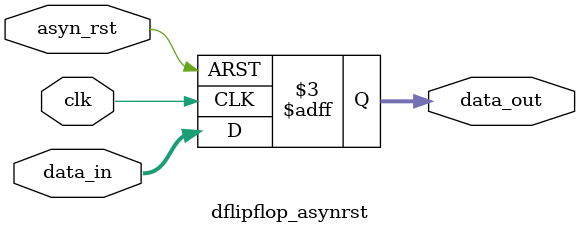
<source format=v>
module d_latch #(
    parameter Width = 6
)(
    input en, rst_n,
    input [Width-1:0] data_in,
    output reg [Width-1:0] data_out
);
    always@(*) begin
      if(!rst_n) begin
            data_out = 1'b0;
        end
        else if(en) begin
            data_out = data_in;
        end
    end
endmodule

//--------------------------------------------D flip-flop using latch designed--------------------------------------------//
module d_flipflop #(
    parameter Width = 6
)(
    input clk, rst_n,
    input [Width-1:0] data_in,
    output [Width-1:0] data_out
);
    wire [Width-1:0] out1;
    // Toggle Clock
    wire not_clk;
    assign not_clk = ~clk;
    
    d_latch #(.Width(Width)) d1(
        .en(not_clk),
        .rst_n(rst_n),
        .data_in(data_in),
        .data_out(out1)
    );

    d_latch #(.Width(Width)) d2(
        .en(~not_clk),
        .rst_n(rst_n),
        .data_in(out1),
        .data_out(data_out)
    );
endmodule





//---------------------------------------------D flip-flop with asynchronous reset using If-else Statement--------------------------------------------//
module dflipflop_asynrst #(
    parameter Width = 6
)(
    input clk, asyn_rst, 
    input [Width-1:0] data_in,
    output reg [Width-1:0] data_out
);
    always@(posedge clk or negedge asyn_rst) begin
        if(!asyn_rst) begin
            data_out <= 0;
        end
        else begin
            data_out <= data_in;
        end
    end
endmodule
</source>
